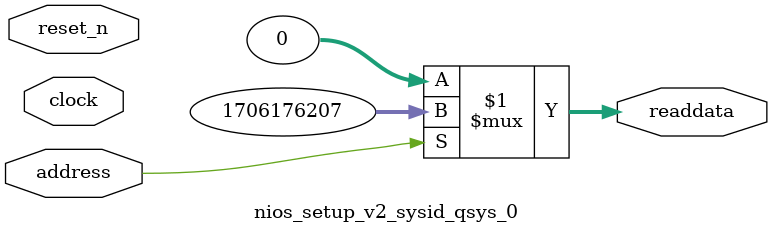
<source format=v>



// synthesis translate_off
`timescale 1ns / 1ps
// synthesis translate_on

// turn off superfluous verilog processor warnings 
// altera message_level Level1 
// altera message_off 10034 10035 10036 10037 10230 10240 10030 

module nios_setup_v2_sysid_qsys_0 (
               // inputs:
                address,
                clock,
                reset_n,

               // outputs:
                readdata
             )
;

  output  [ 31: 0] readdata;
  input            address;
  input            clock;
  input            reset_n;

  wire    [ 31: 0] readdata;
  //control_slave, which is an e_avalon_slave
  assign readdata = address ? 1706176207 : 0;

endmodule



</source>
